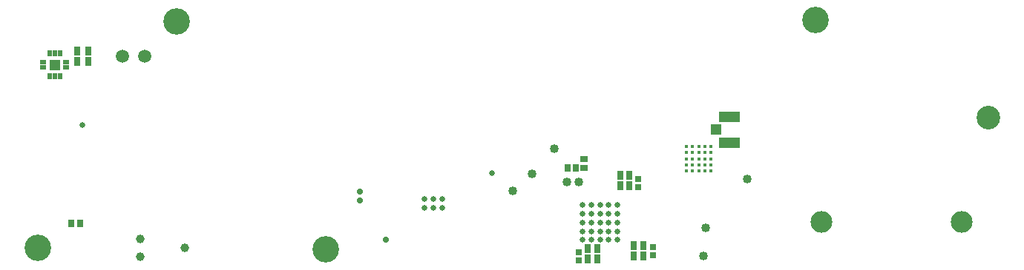
<source format=gbs>
G04*
G04 #@! TF.GenerationSoftware,Altium Limited,Altium NEXUS,3.1.14 (81)*
G04*
G04 Layer_Color=16711935*
%FSLAX25Y25*%
%MOIN*%
G70*
G04*
G04 #@! TF.SameCoordinates,8D934BE8-6637-419B-8715-06A4025A7093*
G04*
G04*
G04 #@! TF.FilePolarity,Negative*
G04*
G01*
G75*
%ADD79R,0.02965X0.03359*%
%ADD81R,0.03359X0.02965*%
%ADD83R,0.09449X0.04921*%
%ADD84R,0.04921X0.04724*%
%ADD87C,0.11874*%
%ADD91R,0.03162X0.03950*%
%ADD98C,0.03898*%
%ADD99R,0.02769X0.02769*%
%ADD127C,0.04000*%
%ADD128C,0.05918*%
%ADD129C,0.01600*%
%ADD130C,0.09800*%
%ADD131C,0.02600*%
%ADD132C,0.10642*%
%ADD133C,0.02769*%
%ADD171R,0.05124X0.05124*%
%ADD172R,0.02012X0.02720*%
%ADD173R,0.02720X0.02012*%
D79*
X23132Y19100D02*
D03*
X27068D02*
D03*
X246063Y44094D02*
D03*
X250000D02*
D03*
D81*
X253660Y44243D02*
D03*
Y48180D02*
D03*
D83*
X318900Y55610D02*
D03*
Y67224D02*
D03*
D84*
X312896Y61417D02*
D03*
D87*
X70500Y110100D02*
D03*
X8100Y8000D02*
D03*
X137500Y7300D02*
D03*
X357540Y110900D02*
D03*
D91*
X30709Y96850D02*
D03*
Y92126D02*
D03*
X25984Y96850D02*
D03*
Y92126D02*
D03*
X274013Y40823D02*
D03*
Y36099D02*
D03*
X269913Y40823D02*
D03*
Y36099D02*
D03*
X259414Y7709D02*
D03*
Y2984D02*
D03*
X255314Y7709D02*
D03*
Y2984D02*
D03*
X280315Y9055D02*
D03*
Y4331D02*
D03*
X275984Y9055D02*
D03*
Y4331D02*
D03*
D98*
X74100Y8022D02*
D03*
X54100Y4022D02*
D03*
Y12022D02*
D03*
D99*
X278013Y35508D02*
D03*
Y39051D02*
D03*
X251214Y2475D02*
D03*
Y6018D02*
D03*
X284646Y4921D02*
D03*
Y8465D02*
D03*
D127*
X326960Y39021D02*
D03*
X308268Y16945D02*
D03*
X245860Y37700D02*
D03*
X251060D02*
D03*
X307087Y4331D02*
D03*
X230094Y41281D02*
D03*
X221654Y33858D02*
D03*
X240158Y52756D02*
D03*
D128*
X56181Y94488D02*
D03*
X46181D02*
D03*
D129*
X299600Y53723D02*
D03*
X302356D02*
D03*
X299600Y50967D02*
D03*
X302356D02*
D03*
X299600Y42700D02*
D03*
Y45456D02*
D03*
X302356Y42700D02*
D03*
Y45456D02*
D03*
X310624Y42700D02*
D03*
X307868D02*
D03*
X310624Y45456D02*
D03*
X307868D02*
D03*
X310624Y53723D02*
D03*
X307868D02*
D03*
X310624Y50967D02*
D03*
X307868D02*
D03*
X310624Y48212D02*
D03*
X307868D02*
D03*
X299600D02*
D03*
X302356D02*
D03*
X305112Y53723D02*
D03*
Y50967D02*
D03*
Y42700D02*
D03*
Y45456D02*
D03*
Y48212D02*
D03*
D130*
X360236Y19685D02*
D03*
X423228Y19685D02*
D03*
D131*
X212205Y41732D02*
D03*
X268618Y11631D02*
D03*
X264680D02*
D03*
X260743D02*
D03*
X256806D02*
D03*
X252869D02*
D03*
X268618Y15568D02*
D03*
X264680D02*
D03*
X260743D02*
D03*
X256806D02*
D03*
X252869D02*
D03*
X268618Y19505D02*
D03*
X264680D02*
D03*
X260743D02*
D03*
X256806D02*
D03*
X252869D02*
D03*
X268618Y23442D02*
D03*
X264680D02*
D03*
X260743D02*
D03*
X256806D02*
D03*
X252869D02*
D03*
X268618Y27380D02*
D03*
X264680D02*
D03*
X260743D02*
D03*
X256806D02*
D03*
X252869D02*
D03*
X28356Y63286D02*
D03*
X182000Y26025D02*
D03*
Y29962D02*
D03*
X185937Y26025D02*
D03*
Y29962D02*
D03*
X189874Y26025D02*
D03*
Y29962D02*
D03*
D132*
X435039Y66929D02*
D03*
D133*
X164459Y11728D02*
D03*
X152766Y33280D02*
D03*
Y29343D02*
D03*
D171*
X15750Y90552D02*
D03*
D172*
X18112Y95749D02*
D03*
X15750D02*
D03*
X13387D02*
D03*
Y85355D02*
D03*
X15750D02*
D03*
X18112D02*
D03*
D173*
X10553Y91733D02*
D03*
Y89371D02*
D03*
X20946D02*
D03*
Y91733D02*
D03*
M02*

</source>
